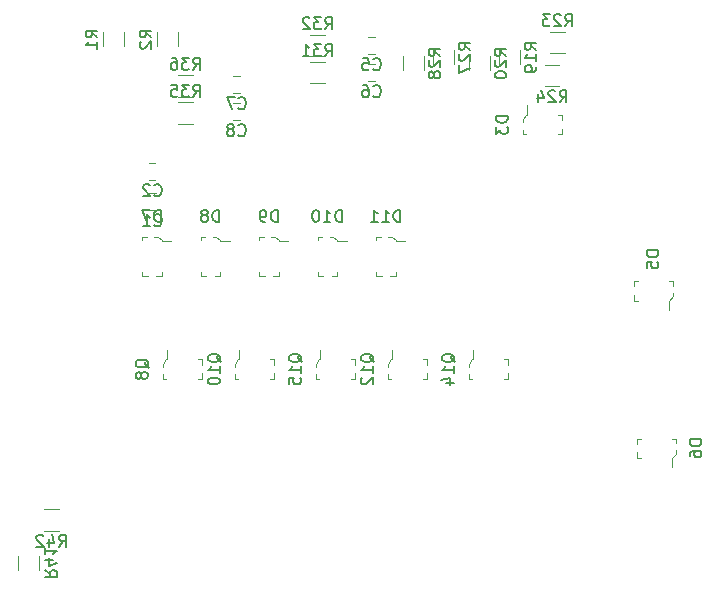
<source format=gbr>
G04 #@! TF.GenerationSoftware,KiCad,Pcbnew,(5.1.6)-1*
G04 #@! TF.CreationDate,2020-10-21T13:59:54+11:00*
G04 #@! TF.ProjectId,DashDriver-V1,44617368-4472-4697-9665-722d56312e6b,rev?*
G04 #@! TF.SameCoordinates,Original*
G04 #@! TF.FileFunction,Legend,Bot*
G04 #@! TF.FilePolarity,Positive*
%FSLAX46Y46*%
G04 Gerber Fmt 4.6, Leading zero omitted, Abs format (unit mm)*
G04 Created by KiCad (PCBNEW (5.1.6)-1) date 2020-10-21 13:59:54*
%MOMM*%
%LPD*%
G01*
G04 APERTURE LIST*
%ADD10C,0.100000*%
%ADD11C,0.120000*%
%ADD12C,0.150000*%
G04 APERTURE END LIST*
D10*
X119277000Y-57621000D02*
X119552000Y-57621000D01*
X119552000Y-57621000D02*
X119927000Y-57896000D01*
X119927000Y-57896000D02*
X119927000Y-57946000D01*
X119927000Y-57946000D02*
X120702000Y-57946000D01*
X119452000Y-60921000D02*
X119927000Y-60921000D01*
X119927000Y-60921000D02*
X119927000Y-60571000D01*
X118277000Y-60696000D02*
X118277000Y-60571000D01*
X118277000Y-60621000D02*
X118277000Y-60921000D01*
X118277000Y-60921000D02*
X118727000Y-60921000D01*
X118652000Y-57621000D02*
X118277000Y-57621000D01*
X118277000Y-57621000D02*
X118277000Y-57921000D01*
X114324000Y-57621000D02*
X114599000Y-57621000D01*
X114599000Y-57621000D02*
X114974000Y-57896000D01*
X114974000Y-57896000D02*
X114974000Y-57946000D01*
X114974000Y-57946000D02*
X115749000Y-57946000D01*
X114499000Y-60921000D02*
X114974000Y-60921000D01*
X114974000Y-60921000D02*
X114974000Y-60571000D01*
X113324000Y-60696000D02*
X113324000Y-60571000D01*
X113324000Y-60621000D02*
X113324000Y-60921000D01*
X113324000Y-60921000D02*
X113774000Y-60921000D01*
X113699000Y-57621000D02*
X113324000Y-57621000D01*
X113324000Y-57621000D02*
X113324000Y-57921000D01*
X109371000Y-57618000D02*
X109646000Y-57618000D01*
X109646000Y-57618000D02*
X110021000Y-57893000D01*
X110021000Y-57893000D02*
X110021000Y-57943000D01*
X110021000Y-57943000D02*
X110796000Y-57943000D01*
X109546000Y-60918000D02*
X110021000Y-60918000D01*
X110021000Y-60918000D02*
X110021000Y-60568000D01*
X108371000Y-60693000D02*
X108371000Y-60568000D01*
X108371000Y-60618000D02*
X108371000Y-60918000D01*
X108371000Y-60918000D02*
X108821000Y-60918000D01*
X108746000Y-57618000D02*
X108371000Y-57618000D01*
X108371000Y-57618000D02*
X108371000Y-57918000D01*
X104418000Y-57621000D02*
X104693000Y-57621000D01*
X104693000Y-57621000D02*
X105068000Y-57896000D01*
X105068000Y-57896000D02*
X105068000Y-57946000D01*
X105068000Y-57946000D02*
X105843000Y-57946000D01*
X104593000Y-60921000D02*
X105068000Y-60921000D01*
X105068000Y-60921000D02*
X105068000Y-60571000D01*
X103418000Y-60696000D02*
X103418000Y-60571000D01*
X103418000Y-60621000D02*
X103418000Y-60921000D01*
X103418000Y-60921000D02*
X103868000Y-60921000D01*
X103793000Y-57621000D02*
X103418000Y-57621000D01*
X103418000Y-57621000D02*
X103418000Y-57921000D01*
X99465000Y-57621000D02*
X99740000Y-57621000D01*
X99740000Y-57621000D02*
X100115000Y-57896000D01*
X100115000Y-57896000D02*
X100115000Y-57946000D01*
X100115000Y-57946000D02*
X100890000Y-57946000D01*
X99640000Y-60921000D02*
X100115000Y-60921000D01*
X100115000Y-60921000D02*
X100115000Y-60571000D01*
X98465000Y-60696000D02*
X98465000Y-60571000D01*
X98465000Y-60621000D02*
X98465000Y-60921000D01*
X98465000Y-60921000D02*
X98915000Y-60921000D01*
X98840000Y-57621000D02*
X98465000Y-57621000D01*
X98465000Y-57621000D02*
X98465000Y-57921000D01*
D11*
X90153536Y-82482200D02*
X91357664Y-82482200D01*
X90153536Y-80662200D02*
X91357664Y-80662200D01*
X89735200Y-85806464D02*
X89735200Y-84602336D01*
X87915200Y-85806464D02*
X87915200Y-84602336D01*
D10*
X143612000Y-75702000D02*
X143612000Y-75977000D01*
X143612000Y-75977000D02*
X143337000Y-76352000D01*
X143337000Y-76352000D02*
X143287000Y-76352000D01*
X143287000Y-76352000D02*
X143287000Y-77127000D01*
X140312000Y-75877000D02*
X140312000Y-76352000D01*
X140312000Y-76352000D02*
X140662000Y-76352000D01*
X140537000Y-74702000D02*
X140662000Y-74702000D01*
X140612000Y-74702000D02*
X140312000Y-74702000D01*
X140312000Y-74702000D02*
X140312000Y-75152000D01*
X143612000Y-75077000D02*
X143612000Y-74702000D01*
X143612000Y-74702000D02*
X143312000Y-74702000D01*
X143358000Y-62367000D02*
X143358000Y-62642000D01*
X143358000Y-62642000D02*
X143083000Y-63017000D01*
X143083000Y-63017000D02*
X143033000Y-63017000D01*
X143033000Y-63017000D02*
X143033000Y-63792000D01*
X140058000Y-62542000D02*
X140058000Y-63017000D01*
X140058000Y-63017000D02*
X140408000Y-63017000D01*
X140283000Y-61367000D02*
X140408000Y-61367000D01*
X140358000Y-61367000D02*
X140058000Y-61367000D01*
X140058000Y-61367000D02*
X140058000Y-61817000D01*
X143358000Y-61742000D02*
X143358000Y-61367000D01*
X143358000Y-61367000D02*
X143058000Y-61367000D01*
D11*
X99052748Y-55320000D02*
X99575252Y-55320000D01*
X99052748Y-53900000D02*
X99575252Y-53900000D01*
X99043748Y-52780000D02*
X99566252Y-52780000D01*
X99043748Y-51360000D02*
X99566252Y-51360000D01*
X117594748Y-42112000D02*
X118117252Y-42112000D01*
X117594748Y-40692000D02*
X118117252Y-40692000D01*
X117594748Y-44398000D02*
X118117252Y-44398000D01*
X117594748Y-42978000D02*
X118117252Y-42978000D01*
X106164748Y-43994000D02*
X106687252Y-43994000D01*
X106164748Y-45414000D02*
X106687252Y-45414000D01*
X106164748Y-46280000D02*
X106687252Y-46280000D01*
X106164748Y-47700000D02*
X106687252Y-47700000D01*
D10*
X130660000Y-48920000D02*
X130960000Y-48920000D01*
X130660000Y-48545000D02*
X130660000Y-48920000D01*
X133960000Y-48920000D02*
X133960000Y-48470000D01*
X133660000Y-48920000D02*
X133960000Y-48920000D01*
X133735000Y-48920000D02*
X133610000Y-48920000D01*
X133960000Y-47270000D02*
X133610000Y-47270000D01*
X133960000Y-47745000D02*
X133960000Y-47270000D01*
X130985000Y-47270000D02*
X130985000Y-46495000D01*
X130935000Y-47270000D02*
X130985000Y-47270000D01*
X130660000Y-47645000D02*
X130935000Y-47270000D01*
X130660000Y-47920000D02*
X130660000Y-47645000D01*
X100180000Y-68621000D02*
X100180000Y-68346000D01*
X100180000Y-68346000D02*
X100455000Y-67971000D01*
X100455000Y-67971000D02*
X100505000Y-67971000D01*
X100505000Y-67971000D02*
X100505000Y-67196000D01*
X103480000Y-68446000D02*
X103480000Y-67971000D01*
X103480000Y-67971000D02*
X103130000Y-67971000D01*
X103255000Y-69621000D02*
X103130000Y-69621000D01*
X103180000Y-69621000D02*
X103480000Y-69621000D01*
X103480000Y-69621000D02*
X103480000Y-69171000D01*
X100180000Y-69246000D02*
X100180000Y-69621000D01*
X100180000Y-69621000D02*
X100480000Y-69621000D01*
X106276000Y-69621000D02*
X106576000Y-69621000D01*
X106276000Y-69246000D02*
X106276000Y-69621000D01*
X109576000Y-69621000D02*
X109576000Y-69171000D01*
X109276000Y-69621000D02*
X109576000Y-69621000D01*
X109351000Y-69621000D02*
X109226000Y-69621000D01*
X109576000Y-67971000D02*
X109226000Y-67971000D01*
X109576000Y-68446000D02*
X109576000Y-67971000D01*
X106601000Y-67971000D02*
X106601000Y-67196000D01*
X106551000Y-67971000D02*
X106601000Y-67971000D01*
X106276000Y-68346000D02*
X106551000Y-67971000D01*
X106276000Y-68621000D02*
X106276000Y-68346000D01*
X119230000Y-68621000D02*
X119230000Y-68346000D01*
X119230000Y-68346000D02*
X119505000Y-67971000D01*
X119505000Y-67971000D02*
X119555000Y-67971000D01*
X119555000Y-67971000D02*
X119555000Y-67196000D01*
X122530000Y-68446000D02*
X122530000Y-67971000D01*
X122530000Y-67971000D02*
X122180000Y-67971000D01*
X122305000Y-69621000D02*
X122180000Y-69621000D01*
X122230000Y-69621000D02*
X122530000Y-69621000D01*
X122530000Y-69621000D02*
X122530000Y-69171000D01*
X119230000Y-69246000D02*
X119230000Y-69621000D01*
X119230000Y-69621000D02*
X119530000Y-69621000D01*
X126088000Y-69621000D02*
X126388000Y-69621000D01*
X126088000Y-69246000D02*
X126088000Y-69621000D01*
X129388000Y-69621000D02*
X129388000Y-69171000D01*
X129088000Y-69621000D02*
X129388000Y-69621000D01*
X129163000Y-69621000D02*
X129038000Y-69621000D01*
X129388000Y-67971000D02*
X129038000Y-67971000D01*
X129388000Y-68446000D02*
X129388000Y-67971000D01*
X126413000Y-67971000D02*
X126413000Y-67196000D01*
X126363000Y-67971000D02*
X126413000Y-67971000D01*
X126088000Y-68346000D02*
X126363000Y-67971000D01*
X126088000Y-68621000D02*
X126088000Y-68346000D01*
X113134000Y-68621000D02*
X113134000Y-68346000D01*
X113134000Y-68346000D02*
X113409000Y-67971000D01*
X113409000Y-67971000D02*
X113459000Y-67971000D01*
X113459000Y-67971000D02*
X113459000Y-67196000D01*
X116434000Y-68446000D02*
X116434000Y-67971000D01*
X116434000Y-67971000D02*
X116084000Y-67971000D01*
X116209000Y-69621000D02*
X116084000Y-69621000D01*
X116134000Y-69621000D02*
X116434000Y-69621000D01*
X116434000Y-69621000D02*
X116434000Y-69171000D01*
X113134000Y-69246000D02*
X113134000Y-69621000D01*
X113134000Y-69621000D02*
X113434000Y-69621000D01*
D11*
X95102000Y-40291936D02*
X95102000Y-41496064D01*
X96922000Y-40291936D02*
X96922000Y-41496064D01*
X101494000Y-40291936D02*
X101494000Y-41496064D01*
X99674000Y-40291936D02*
X99674000Y-41496064D01*
X130450000Y-43020064D02*
X130450000Y-41815936D01*
X128630000Y-43020064D02*
X128630000Y-41815936D01*
X126090000Y-43528064D02*
X126090000Y-42323936D01*
X127910000Y-43528064D02*
X127910000Y-42323936D01*
X134206064Y-42058000D02*
X133001936Y-42058000D01*
X134206064Y-40238000D02*
X133001936Y-40238000D01*
X132546136Y-44852000D02*
X133750264Y-44852000D01*
X132546136Y-43032000D02*
X133750264Y-43032000D01*
X124862000Y-43020064D02*
X124862000Y-41815936D01*
X123042000Y-43020064D02*
X123042000Y-41815936D01*
X122322000Y-43528064D02*
X122322000Y-42323936D01*
X120502000Y-43528064D02*
X120502000Y-42323936D01*
X113886064Y-42778000D02*
X112681936Y-42778000D01*
X113886064Y-44598000D02*
X112681936Y-44598000D01*
X113886064Y-40492000D02*
X112681936Y-40492000D01*
X113886064Y-42312000D02*
X112681936Y-42312000D01*
X102710064Y-48027000D02*
X101505936Y-48027000D01*
X102710064Y-46207000D02*
X101505936Y-46207000D01*
X102710064Y-43921000D02*
X101505936Y-43921000D01*
X102710064Y-45741000D02*
X101505936Y-45741000D01*
D12*
X120291285Y-56348380D02*
X120291285Y-55348380D01*
X120053190Y-55348380D01*
X119910333Y-55396000D01*
X119815095Y-55491238D01*
X119767476Y-55586476D01*
X119719857Y-55776952D01*
X119719857Y-55919809D01*
X119767476Y-56110285D01*
X119815095Y-56205523D01*
X119910333Y-56300761D01*
X120053190Y-56348380D01*
X120291285Y-56348380D01*
X118767476Y-56348380D02*
X119338904Y-56348380D01*
X119053190Y-56348380D02*
X119053190Y-55348380D01*
X119148428Y-55491238D01*
X119243666Y-55586476D01*
X119338904Y-55634095D01*
X117815095Y-56348380D02*
X118386523Y-56348380D01*
X118100809Y-56348380D02*
X118100809Y-55348380D01*
X118196047Y-55491238D01*
X118291285Y-55586476D01*
X118386523Y-55634095D01*
X115338285Y-56348380D02*
X115338285Y-55348380D01*
X115100190Y-55348380D01*
X114957333Y-55396000D01*
X114862095Y-55491238D01*
X114814476Y-55586476D01*
X114766857Y-55776952D01*
X114766857Y-55919809D01*
X114814476Y-56110285D01*
X114862095Y-56205523D01*
X114957333Y-56300761D01*
X115100190Y-56348380D01*
X115338285Y-56348380D01*
X113814476Y-56348380D02*
X114385904Y-56348380D01*
X114100190Y-56348380D02*
X114100190Y-55348380D01*
X114195428Y-55491238D01*
X114290666Y-55586476D01*
X114385904Y-55634095D01*
X113195428Y-55348380D02*
X113100190Y-55348380D01*
X113004952Y-55396000D01*
X112957333Y-55443619D01*
X112909714Y-55538857D01*
X112862095Y-55729333D01*
X112862095Y-55967428D01*
X112909714Y-56157904D01*
X112957333Y-56253142D01*
X113004952Y-56300761D01*
X113100190Y-56348380D01*
X113195428Y-56348380D01*
X113290666Y-56300761D01*
X113338285Y-56253142D01*
X113385904Y-56157904D01*
X113433523Y-55967428D01*
X113433523Y-55729333D01*
X113385904Y-55538857D01*
X113338285Y-55443619D01*
X113290666Y-55396000D01*
X113195428Y-55348380D01*
X109909095Y-56345380D02*
X109909095Y-55345380D01*
X109671000Y-55345380D01*
X109528142Y-55393000D01*
X109432904Y-55488238D01*
X109385285Y-55583476D01*
X109337666Y-55773952D01*
X109337666Y-55916809D01*
X109385285Y-56107285D01*
X109432904Y-56202523D01*
X109528142Y-56297761D01*
X109671000Y-56345380D01*
X109909095Y-56345380D01*
X108861476Y-56345380D02*
X108671000Y-56345380D01*
X108575761Y-56297761D01*
X108528142Y-56250142D01*
X108432904Y-56107285D01*
X108385285Y-55916809D01*
X108385285Y-55535857D01*
X108432904Y-55440619D01*
X108480523Y-55393000D01*
X108575761Y-55345380D01*
X108766238Y-55345380D01*
X108861476Y-55393000D01*
X108909095Y-55440619D01*
X108956714Y-55535857D01*
X108956714Y-55773952D01*
X108909095Y-55869190D01*
X108861476Y-55916809D01*
X108766238Y-55964428D01*
X108575761Y-55964428D01*
X108480523Y-55916809D01*
X108432904Y-55869190D01*
X108385285Y-55773952D01*
X104956095Y-56348380D02*
X104956095Y-55348380D01*
X104718000Y-55348380D01*
X104575142Y-55396000D01*
X104479904Y-55491238D01*
X104432285Y-55586476D01*
X104384666Y-55776952D01*
X104384666Y-55919809D01*
X104432285Y-56110285D01*
X104479904Y-56205523D01*
X104575142Y-56300761D01*
X104718000Y-56348380D01*
X104956095Y-56348380D01*
X103813238Y-55776952D02*
X103908476Y-55729333D01*
X103956095Y-55681714D01*
X104003714Y-55586476D01*
X104003714Y-55538857D01*
X103956095Y-55443619D01*
X103908476Y-55396000D01*
X103813238Y-55348380D01*
X103622761Y-55348380D01*
X103527523Y-55396000D01*
X103479904Y-55443619D01*
X103432285Y-55538857D01*
X103432285Y-55586476D01*
X103479904Y-55681714D01*
X103527523Y-55729333D01*
X103622761Y-55776952D01*
X103813238Y-55776952D01*
X103908476Y-55824571D01*
X103956095Y-55872190D01*
X104003714Y-55967428D01*
X104003714Y-56157904D01*
X103956095Y-56253142D01*
X103908476Y-56300761D01*
X103813238Y-56348380D01*
X103622761Y-56348380D01*
X103527523Y-56300761D01*
X103479904Y-56253142D01*
X103432285Y-56157904D01*
X103432285Y-55967428D01*
X103479904Y-55872190D01*
X103527523Y-55824571D01*
X103622761Y-55776952D01*
X100003095Y-56348380D02*
X100003095Y-55348380D01*
X99765000Y-55348380D01*
X99622142Y-55396000D01*
X99526904Y-55491238D01*
X99479285Y-55586476D01*
X99431666Y-55776952D01*
X99431666Y-55919809D01*
X99479285Y-56110285D01*
X99526904Y-56205523D01*
X99622142Y-56300761D01*
X99765000Y-56348380D01*
X100003095Y-56348380D01*
X99098333Y-55348380D02*
X98431666Y-55348380D01*
X98860238Y-56348380D01*
X91398457Y-83844580D02*
X91731790Y-83368390D01*
X91969885Y-83844580D02*
X91969885Y-82844580D01*
X91588933Y-82844580D01*
X91493695Y-82892200D01*
X91446076Y-82939819D01*
X91398457Y-83035057D01*
X91398457Y-83177914D01*
X91446076Y-83273152D01*
X91493695Y-83320771D01*
X91588933Y-83368390D01*
X91969885Y-83368390D01*
X90541314Y-83177914D02*
X90541314Y-83844580D01*
X90779409Y-82796961D02*
X91017504Y-83511247D01*
X90398457Y-83511247D01*
X90065123Y-82939819D02*
X90017504Y-82892200D01*
X89922266Y-82844580D01*
X89684171Y-82844580D01*
X89588933Y-82892200D01*
X89541314Y-82939819D01*
X89493695Y-83035057D01*
X89493695Y-83130295D01*
X89541314Y-83273152D01*
X90112742Y-83844580D01*
X89493695Y-83844580D01*
X90192819Y-85847257D02*
X90669009Y-86180590D01*
X90192819Y-86418685D02*
X91192819Y-86418685D01*
X91192819Y-86037733D01*
X91145200Y-85942495D01*
X91097580Y-85894876D01*
X91002342Y-85847257D01*
X90859485Y-85847257D01*
X90764247Y-85894876D01*
X90716628Y-85942495D01*
X90669009Y-86037733D01*
X90669009Y-86418685D01*
X90859485Y-84990114D02*
X90192819Y-84990114D01*
X91240438Y-85228209D02*
X90526152Y-85466304D01*
X90526152Y-84847257D01*
X90192819Y-83942495D02*
X90192819Y-84513923D01*
X90192819Y-84228209D02*
X91192819Y-84228209D01*
X91049961Y-84323447D01*
X90954723Y-84418685D01*
X90907104Y-84513923D01*
X145789380Y-74763904D02*
X144789380Y-74763904D01*
X144789380Y-75002000D01*
X144837000Y-75144857D01*
X144932238Y-75240095D01*
X145027476Y-75287714D01*
X145217952Y-75335333D01*
X145360809Y-75335333D01*
X145551285Y-75287714D01*
X145646523Y-75240095D01*
X145741761Y-75144857D01*
X145789380Y-75002000D01*
X145789380Y-74763904D01*
X144789380Y-76192476D02*
X144789380Y-76002000D01*
X144837000Y-75906761D01*
X144884619Y-75859142D01*
X145027476Y-75763904D01*
X145217952Y-75716285D01*
X145598904Y-75716285D01*
X145694142Y-75763904D01*
X145741761Y-75811523D01*
X145789380Y-75906761D01*
X145789380Y-76097238D01*
X145741761Y-76192476D01*
X145694142Y-76240095D01*
X145598904Y-76287714D01*
X145360809Y-76287714D01*
X145265571Y-76240095D01*
X145217952Y-76192476D01*
X145170333Y-76097238D01*
X145170333Y-75906761D01*
X145217952Y-75811523D01*
X145265571Y-75763904D01*
X145360809Y-75716285D01*
X142144380Y-58759904D02*
X141144380Y-58759904D01*
X141144380Y-58998000D01*
X141192000Y-59140857D01*
X141287238Y-59236095D01*
X141382476Y-59283714D01*
X141572952Y-59331333D01*
X141715809Y-59331333D01*
X141906285Y-59283714D01*
X142001523Y-59236095D01*
X142096761Y-59140857D01*
X142144380Y-58998000D01*
X142144380Y-58759904D01*
X141144380Y-60236095D02*
X141144380Y-59759904D01*
X141620571Y-59712285D01*
X141572952Y-59759904D01*
X141525333Y-59855142D01*
X141525333Y-60093238D01*
X141572952Y-60188476D01*
X141620571Y-60236095D01*
X141715809Y-60283714D01*
X141953904Y-60283714D01*
X142049142Y-60236095D01*
X142096761Y-60188476D01*
X142144380Y-60093238D01*
X142144380Y-59855142D01*
X142096761Y-59759904D01*
X142049142Y-59712285D01*
X99480666Y-56617142D02*
X99528285Y-56664761D01*
X99671142Y-56712380D01*
X99766380Y-56712380D01*
X99909238Y-56664761D01*
X100004476Y-56569523D01*
X100052095Y-56474285D01*
X100099714Y-56283809D01*
X100099714Y-56140952D01*
X100052095Y-55950476D01*
X100004476Y-55855238D01*
X99909238Y-55760000D01*
X99766380Y-55712380D01*
X99671142Y-55712380D01*
X99528285Y-55760000D01*
X99480666Y-55807619D01*
X98528285Y-56712380D02*
X99099714Y-56712380D01*
X98814000Y-56712380D02*
X98814000Y-55712380D01*
X98909238Y-55855238D01*
X99004476Y-55950476D01*
X99099714Y-55998095D01*
X99471666Y-54077142D02*
X99519285Y-54124761D01*
X99662142Y-54172380D01*
X99757380Y-54172380D01*
X99900238Y-54124761D01*
X99995476Y-54029523D01*
X100043095Y-53934285D01*
X100090714Y-53743809D01*
X100090714Y-53600952D01*
X100043095Y-53410476D01*
X99995476Y-53315238D01*
X99900238Y-53220000D01*
X99757380Y-53172380D01*
X99662142Y-53172380D01*
X99519285Y-53220000D01*
X99471666Y-53267619D01*
X99090714Y-53267619D02*
X99043095Y-53220000D01*
X98947857Y-53172380D01*
X98709761Y-53172380D01*
X98614523Y-53220000D01*
X98566904Y-53267619D01*
X98519285Y-53362857D01*
X98519285Y-53458095D01*
X98566904Y-53600952D01*
X99138333Y-54172380D01*
X98519285Y-54172380D01*
X118022666Y-43409142D02*
X118070285Y-43456761D01*
X118213142Y-43504380D01*
X118308380Y-43504380D01*
X118451238Y-43456761D01*
X118546476Y-43361523D01*
X118594095Y-43266285D01*
X118641714Y-43075809D01*
X118641714Y-42932952D01*
X118594095Y-42742476D01*
X118546476Y-42647238D01*
X118451238Y-42552000D01*
X118308380Y-42504380D01*
X118213142Y-42504380D01*
X118070285Y-42552000D01*
X118022666Y-42599619D01*
X117117904Y-42504380D02*
X117594095Y-42504380D01*
X117641714Y-42980571D01*
X117594095Y-42932952D01*
X117498857Y-42885333D01*
X117260761Y-42885333D01*
X117165523Y-42932952D01*
X117117904Y-42980571D01*
X117070285Y-43075809D01*
X117070285Y-43313904D01*
X117117904Y-43409142D01*
X117165523Y-43456761D01*
X117260761Y-43504380D01*
X117498857Y-43504380D01*
X117594095Y-43456761D01*
X117641714Y-43409142D01*
X118022666Y-45695142D02*
X118070285Y-45742761D01*
X118213142Y-45790380D01*
X118308380Y-45790380D01*
X118451238Y-45742761D01*
X118546476Y-45647523D01*
X118594095Y-45552285D01*
X118641714Y-45361809D01*
X118641714Y-45218952D01*
X118594095Y-45028476D01*
X118546476Y-44933238D01*
X118451238Y-44838000D01*
X118308380Y-44790380D01*
X118213142Y-44790380D01*
X118070285Y-44838000D01*
X118022666Y-44885619D01*
X117165523Y-44790380D02*
X117356000Y-44790380D01*
X117451238Y-44838000D01*
X117498857Y-44885619D01*
X117594095Y-45028476D01*
X117641714Y-45218952D01*
X117641714Y-45599904D01*
X117594095Y-45695142D01*
X117546476Y-45742761D01*
X117451238Y-45790380D01*
X117260761Y-45790380D01*
X117165523Y-45742761D01*
X117117904Y-45695142D01*
X117070285Y-45599904D01*
X117070285Y-45361809D01*
X117117904Y-45266571D01*
X117165523Y-45218952D01*
X117260761Y-45171333D01*
X117451238Y-45171333D01*
X117546476Y-45218952D01*
X117594095Y-45266571D01*
X117641714Y-45361809D01*
X106592666Y-46711142D02*
X106640285Y-46758761D01*
X106783142Y-46806380D01*
X106878380Y-46806380D01*
X107021238Y-46758761D01*
X107116476Y-46663523D01*
X107164095Y-46568285D01*
X107211714Y-46377809D01*
X107211714Y-46234952D01*
X107164095Y-46044476D01*
X107116476Y-45949238D01*
X107021238Y-45854000D01*
X106878380Y-45806380D01*
X106783142Y-45806380D01*
X106640285Y-45854000D01*
X106592666Y-45901619D01*
X106259333Y-45806380D02*
X105592666Y-45806380D01*
X106021238Y-46806380D01*
X106592666Y-48997142D02*
X106640285Y-49044761D01*
X106783142Y-49092380D01*
X106878380Y-49092380D01*
X107021238Y-49044761D01*
X107116476Y-48949523D01*
X107164095Y-48854285D01*
X107211714Y-48663809D01*
X107211714Y-48520952D01*
X107164095Y-48330476D01*
X107116476Y-48235238D01*
X107021238Y-48140000D01*
X106878380Y-48092380D01*
X106783142Y-48092380D01*
X106640285Y-48140000D01*
X106592666Y-48187619D01*
X106021238Y-48520952D02*
X106116476Y-48473333D01*
X106164095Y-48425714D01*
X106211714Y-48330476D01*
X106211714Y-48282857D01*
X106164095Y-48187619D01*
X106116476Y-48140000D01*
X106021238Y-48092380D01*
X105830761Y-48092380D01*
X105735523Y-48140000D01*
X105687904Y-48187619D01*
X105640285Y-48282857D01*
X105640285Y-48330476D01*
X105687904Y-48425714D01*
X105735523Y-48473333D01*
X105830761Y-48520952D01*
X106021238Y-48520952D01*
X106116476Y-48568571D01*
X106164095Y-48616190D01*
X106211714Y-48711428D01*
X106211714Y-48901904D01*
X106164095Y-48997142D01*
X106116476Y-49044761D01*
X106021238Y-49092380D01*
X105830761Y-49092380D01*
X105735523Y-49044761D01*
X105687904Y-48997142D01*
X105640285Y-48901904D01*
X105640285Y-48711428D01*
X105687904Y-48616190D01*
X105735523Y-48568571D01*
X105830761Y-48520952D01*
X129387380Y-47381904D02*
X128387380Y-47381904D01*
X128387380Y-47620000D01*
X128435000Y-47762857D01*
X128530238Y-47858095D01*
X128625476Y-47905714D01*
X128815952Y-47953333D01*
X128958809Y-47953333D01*
X129149285Y-47905714D01*
X129244523Y-47858095D01*
X129339761Y-47762857D01*
X129387380Y-47620000D01*
X129387380Y-47381904D01*
X128387380Y-48286666D02*
X128387380Y-48905714D01*
X128768333Y-48572380D01*
X128768333Y-48715238D01*
X128815952Y-48810476D01*
X128863571Y-48858095D01*
X128958809Y-48905714D01*
X129196904Y-48905714D01*
X129292142Y-48858095D01*
X129339761Y-48810476D01*
X129387380Y-48715238D01*
X129387380Y-48429523D01*
X129339761Y-48334285D01*
X129292142Y-48286666D01*
X99002619Y-68725761D02*
X98955000Y-68630523D01*
X98859761Y-68535285D01*
X98716904Y-68392428D01*
X98669285Y-68297190D01*
X98669285Y-68201952D01*
X98907380Y-68249571D02*
X98859761Y-68154333D01*
X98764523Y-68059095D01*
X98574047Y-68011476D01*
X98240714Y-68011476D01*
X98050238Y-68059095D01*
X97955000Y-68154333D01*
X97907380Y-68249571D01*
X97907380Y-68440047D01*
X97955000Y-68535285D01*
X98050238Y-68630523D01*
X98240714Y-68678142D01*
X98574047Y-68678142D01*
X98764523Y-68630523D01*
X98859761Y-68535285D01*
X98907380Y-68440047D01*
X98907380Y-68249571D01*
X98335952Y-69249571D02*
X98288333Y-69154333D01*
X98240714Y-69106714D01*
X98145476Y-69059095D01*
X98097857Y-69059095D01*
X98002619Y-69106714D01*
X97955000Y-69154333D01*
X97907380Y-69249571D01*
X97907380Y-69440047D01*
X97955000Y-69535285D01*
X98002619Y-69582904D01*
X98097857Y-69630523D01*
X98145476Y-69630523D01*
X98240714Y-69582904D01*
X98288333Y-69535285D01*
X98335952Y-69440047D01*
X98335952Y-69249571D01*
X98383571Y-69154333D01*
X98431190Y-69106714D01*
X98526428Y-69059095D01*
X98716904Y-69059095D01*
X98812142Y-69106714D01*
X98859761Y-69154333D01*
X98907380Y-69249571D01*
X98907380Y-69440047D01*
X98859761Y-69535285D01*
X98812142Y-69582904D01*
X98716904Y-69630523D01*
X98526428Y-69630523D01*
X98431190Y-69582904D01*
X98383571Y-69535285D01*
X98335952Y-69440047D01*
X105098619Y-68249571D02*
X105051000Y-68154333D01*
X104955761Y-68059095D01*
X104812904Y-67916238D01*
X104765285Y-67821000D01*
X104765285Y-67725761D01*
X105003380Y-67773380D02*
X104955761Y-67678142D01*
X104860523Y-67582904D01*
X104670047Y-67535285D01*
X104336714Y-67535285D01*
X104146238Y-67582904D01*
X104051000Y-67678142D01*
X104003380Y-67773380D01*
X104003380Y-67963857D01*
X104051000Y-68059095D01*
X104146238Y-68154333D01*
X104336714Y-68201952D01*
X104670047Y-68201952D01*
X104860523Y-68154333D01*
X104955761Y-68059095D01*
X105003380Y-67963857D01*
X105003380Y-67773380D01*
X105003380Y-69154333D02*
X105003380Y-68582904D01*
X105003380Y-68868619D02*
X104003380Y-68868619D01*
X104146238Y-68773380D01*
X104241476Y-68678142D01*
X104289095Y-68582904D01*
X104003380Y-69773380D02*
X104003380Y-69868619D01*
X104051000Y-69963857D01*
X104098619Y-70011476D01*
X104193857Y-70059095D01*
X104384333Y-70106714D01*
X104622428Y-70106714D01*
X104812904Y-70059095D01*
X104908142Y-70011476D01*
X104955761Y-69963857D01*
X105003380Y-69868619D01*
X105003380Y-69773380D01*
X104955761Y-69678142D01*
X104908142Y-69630523D01*
X104812904Y-69582904D01*
X104622428Y-69535285D01*
X104384333Y-69535285D01*
X104193857Y-69582904D01*
X104098619Y-69630523D01*
X104051000Y-69678142D01*
X104003380Y-69773380D01*
X118052619Y-68249571D02*
X118005000Y-68154333D01*
X117909761Y-68059095D01*
X117766904Y-67916238D01*
X117719285Y-67821000D01*
X117719285Y-67725761D01*
X117957380Y-67773380D02*
X117909761Y-67678142D01*
X117814523Y-67582904D01*
X117624047Y-67535285D01*
X117290714Y-67535285D01*
X117100238Y-67582904D01*
X117005000Y-67678142D01*
X116957380Y-67773380D01*
X116957380Y-67963857D01*
X117005000Y-68059095D01*
X117100238Y-68154333D01*
X117290714Y-68201952D01*
X117624047Y-68201952D01*
X117814523Y-68154333D01*
X117909761Y-68059095D01*
X117957380Y-67963857D01*
X117957380Y-67773380D01*
X117957380Y-69154333D02*
X117957380Y-68582904D01*
X117957380Y-68868619D02*
X116957380Y-68868619D01*
X117100238Y-68773380D01*
X117195476Y-68678142D01*
X117243095Y-68582904D01*
X117052619Y-69535285D02*
X117005000Y-69582904D01*
X116957380Y-69678142D01*
X116957380Y-69916238D01*
X117005000Y-70011476D01*
X117052619Y-70059095D01*
X117147857Y-70106714D01*
X117243095Y-70106714D01*
X117385952Y-70059095D01*
X117957380Y-69487666D01*
X117957380Y-70106714D01*
X124910619Y-68249571D02*
X124863000Y-68154333D01*
X124767761Y-68059095D01*
X124624904Y-67916238D01*
X124577285Y-67821000D01*
X124577285Y-67725761D01*
X124815380Y-67773380D02*
X124767761Y-67678142D01*
X124672523Y-67582904D01*
X124482047Y-67535285D01*
X124148714Y-67535285D01*
X123958238Y-67582904D01*
X123863000Y-67678142D01*
X123815380Y-67773380D01*
X123815380Y-67963857D01*
X123863000Y-68059095D01*
X123958238Y-68154333D01*
X124148714Y-68201952D01*
X124482047Y-68201952D01*
X124672523Y-68154333D01*
X124767761Y-68059095D01*
X124815380Y-67963857D01*
X124815380Y-67773380D01*
X124815380Y-69154333D02*
X124815380Y-68582904D01*
X124815380Y-68868619D02*
X123815380Y-68868619D01*
X123958238Y-68773380D01*
X124053476Y-68678142D01*
X124101095Y-68582904D01*
X124148714Y-70011476D02*
X124815380Y-70011476D01*
X123767761Y-69773380D02*
X124482047Y-69535285D01*
X124482047Y-70154333D01*
X111956619Y-68249571D02*
X111909000Y-68154333D01*
X111813761Y-68059095D01*
X111670904Y-67916238D01*
X111623285Y-67821000D01*
X111623285Y-67725761D01*
X111861380Y-67773380D02*
X111813761Y-67678142D01*
X111718523Y-67582904D01*
X111528047Y-67535285D01*
X111194714Y-67535285D01*
X111004238Y-67582904D01*
X110909000Y-67678142D01*
X110861380Y-67773380D01*
X110861380Y-67963857D01*
X110909000Y-68059095D01*
X111004238Y-68154333D01*
X111194714Y-68201952D01*
X111528047Y-68201952D01*
X111718523Y-68154333D01*
X111813761Y-68059095D01*
X111861380Y-67963857D01*
X111861380Y-67773380D01*
X111861380Y-69154333D02*
X111861380Y-68582904D01*
X111861380Y-68868619D02*
X110861380Y-68868619D01*
X111004238Y-68773380D01*
X111099476Y-68678142D01*
X111147095Y-68582904D01*
X110861380Y-70059095D02*
X110861380Y-69582904D01*
X111337571Y-69535285D01*
X111289952Y-69582904D01*
X111242333Y-69678142D01*
X111242333Y-69916238D01*
X111289952Y-70011476D01*
X111337571Y-70059095D01*
X111432809Y-70106714D01*
X111670904Y-70106714D01*
X111766142Y-70059095D01*
X111813761Y-70011476D01*
X111861380Y-69916238D01*
X111861380Y-69678142D01*
X111813761Y-69582904D01*
X111766142Y-69535285D01*
X94644380Y-40727333D02*
X94168190Y-40394000D01*
X94644380Y-40155904D02*
X93644380Y-40155904D01*
X93644380Y-40536857D01*
X93692000Y-40632095D01*
X93739619Y-40679714D01*
X93834857Y-40727333D01*
X93977714Y-40727333D01*
X94072952Y-40679714D01*
X94120571Y-40632095D01*
X94168190Y-40536857D01*
X94168190Y-40155904D01*
X94644380Y-41679714D02*
X94644380Y-41108285D01*
X94644380Y-41394000D02*
X93644380Y-41394000D01*
X93787238Y-41298761D01*
X93882476Y-41203523D01*
X93930095Y-41108285D01*
X99216380Y-40727333D02*
X98740190Y-40394000D01*
X99216380Y-40155904D02*
X98216380Y-40155904D01*
X98216380Y-40536857D01*
X98264000Y-40632095D01*
X98311619Y-40679714D01*
X98406857Y-40727333D01*
X98549714Y-40727333D01*
X98644952Y-40679714D01*
X98692571Y-40632095D01*
X98740190Y-40536857D01*
X98740190Y-40155904D01*
X98311619Y-41108285D02*
X98264000Y-41155904D01*
X98216380Y-41251142D01*
X98216380Y-41489238D01*
X98264000Y-41584476D01*
X98311619Y-41632095D01*
X98406857Y-41679714D01*
X98502095Y-41679714D01*
X98644952Y-41632095D01*
X99216380Y-41060666D01*
X99216380Y-41679714D01*
X131812380Y-41775142D02*
X131336190Y-41441809D01*
X131812380Y-41203714D02*
X130812380Y-41203714D01*
X130812380Y-41584666D01*
X130860000Y-41679904D01*
X130907619Y-41727523D01*
X131002857Y-41775142D01*
X131145714Y-41775142D01*
X131240952Y-41727523D01*
X131288571Y-41679904D01*
X131336190Y-41584666D01*
X131336190Y-41203714D01*
X131812380Y-42727523D02*
X131812380Y-42156095D01*
X131812380Y-42441809D02*
X130812380Y-42441809D01*
X130955238Y-42346571D01*
X131050476Y-42251333D01*
X131098095Y-42156095D01*
X131812380Y-43203714D02*
X131812380Y-43394190D01*
X131764761Y-43489428D01*
X131717142Y-43537047D01*
X131574285Y-43632285D01*
X131383809Y-43679904D01*
X131002857Y-43679904D01*
X130907619Y-43632285D01*
X130860000Y-43584666D01*
X130812380Y-43489428D01*
X130812380Y-43298952D01*
X130860000Y-43203714D01*
X130907619Y-43156095D01*
X131002857Y-43108476D01*
X131240952Y-43108476D01*
X131336190Y-43156095D01*
X131383809Y-43203714D01*
X131431428Y-43298952D01*
X131431428Y-43489428D01*
X131383809Y-43584666D01*
X131336190Y-43632285D01*
X131240952Y-43679904D01*
X129272380Y-42283142D02*
X128796190Y-41949809D01*
X129272380Y-41711714D02*
X128272380Y-41711714D01*
X128272380Y-42092666D01*
X128320000Y-42187904D01*
X128367619Y-42235523D01*
X128462857Y-42283142D01*
X128605714Y-42283142D01*
X128700952Y-42235523D01*
X128748571Y-42187904D01*
X128796190Y-42092666D01*
X128796190Y-41711714D01*
X128367619Y-42664095D02*
X128320000Y-42711714D01*
X128272380Y-42806952D01*
X128272380Y-43045047D01*
X128320000Y-43140285D01*
X128367619Y-43187904D01*
X128462857Y-43235523D01*
X128558095Y-43235523D01*
X128700952Y-43187904D01*
X129272380Y-42616476D01*
X129272380Y-43235523D01*
X128272380Y-43854571D02*
X128272380Y-43949809D01*
X128320000Y-44045047D01*
X128367619Y-44092666D01*
X128462857Y-44140285D01*
X128653333Y-44187904D01*
X128891428Y-44187904D01*
X129081904Y-44140285D01*
X129177142Y-44092666D01*
X129224761Y-44045047D01*
X129272380Y-43949809D01*
X129272380Y-43854571D01*
X129224761Y-43759333D01*
X129177142Y-43711714D01*
X129081904Y-43664095D01*
X128891428Y-43616476D01*
X128653333Y-43616476D01*
X128462857Y-43664095D01*
X128367619Y-43711714D01*
X128320000Y-43759333D01*
X128272380Y-43854571D01*
X134246857Y-39780380D02*
X134580190Y-39304190D01*
X134818285Y-39780380D02*
X134818285Y-38780380D01*
X134437333Y-38780380D01*
X134342095Y-38828000D01*
X134294476Y-38875619D01*
X134246857Y-38970857D01*
X134246857Y-39113714D01*
X134294476Y-39208952D01*
X134342095Y-39256571D01*
X134437333Y-39304190D01*
X134818285Y-39304190D01*
X133865904Y-38875619D02*
X133818285Y-38828000D01*
X133723047Y-38780380D01*
X133484952Y-38780380D01*
X133389714Y-38828000D01*
X133342095Y-38875619D01*
X133294476Y-38970857D01*
X133294476Y-39066095D01*
X133342095Y-39208952D01*
X133913523Y-39780380D01*
X133294476Y-39780380D01*
X132961142Y-38780380D02*
X132342095Y-38780380D01*
X132675428Y-39161333D01*
X132532571Y-39161333D01*
X132437333Y-39208952D01*
X132389714Y-39256571D01*
X132342095Y-39351809D01*
X132342095Y-39589904D01*
X132389714Y-39685142D01*
X132437333Y-39732761D01*
X132532571Y-39780380D01*
X132818285Y-39780380D01*
X132913523Y-39732761D01*
X132961142Y-39685142D01*
X133791057Y-46214380D02*
X134124390Y-45738190D01*
X134362485Y-46214380D02*
X134362485Y-45214380D01*
X133981533Y-45214380D01*
X133886295Y-45262000D01*
X133838676Y-45309619D01*
X133791057Y-45404857D01*
X133791057Y-45547714D01*
X133838676Y-45642952D01*
X133886295Y-45690571D01*
X133981533Y-45738190D01*
X134362485Y-45738190D01*
X133410104Y-45309619D02*
X133362485Y-45262000D01*
X133267247Y-45214380D01*
X133029152Y-45214380D01*
X132933914Y-45262000D01*
X132886295Y-45309619D01*
X132838676Y-45404857D01*
X132838676Y-45500095D01*
X132886295Y-45642952D01*
X133457723Y-46214380D01*
X132838676Y-46214380D01*
X131981533Y-45547714D02*
X131981533Y-46214380D01*
X132219628Y-45166761D02*
X132457723Y-45881047D01*
X131838676Y-45881047D01*
X126224380Y-41775142D02*
X125748190Y-41441809D01*
X126224380Y-41203714D02*
X125224380Y-41203714D01*
X125224380Y-41584666D01*
X125272000Y-41679904D01*
X125319619Y-41727523D01*
X125414857Y-41775142D01*
X125557714Y-41775142D01*
X125652952Y-41727523D01*
X125700571Y-41679904D01*
X125748190Y-41584666D01*
X125748190Y-41203714D01*
X125319619Y-42156095D02*
X125272000Y-42203714D01*
X125224380Y-42298952D01*
X125224380Y-42537047D01*
X125272000Y-42632285D01*
X125319619Y-42679904D01*
X125414857Y-42727523D01*
X125510095Y-42727523D01*
X125652952Y-42679904D01*
X126224380Y-42108476D01*
X126224380Y-42727523D01*
X125224380Y-43060857D02*
X125224380Y-43727523D01*
X126224380Y-43298952D01*
X123684380Y-42283142D02*
X123208190Y-41949809D01*
X123684380Y-41711714D02*
X122684380Y-41711714D01*
X122684380Y-42092666D01*
X122732000Y-42187904D01*
X122779619Y-42235523D01*
X122874857Y-42283142D01*
X123017714Y-42283142D01*
X123112952Y-42235523D01*
X123160571Y-42187904D01*
X123208190Y-42092666D01*
X123208190Y-41711714D01*
X122779619Y-42664095D02*
X122732000Y-42711714D01*
X122684380Y-42806952D01*
X122684380Y-43045047D01*
X122732000Y-43140285D01*
X122779619Y-43187904D01*
X122874857Y-43235523D01*
X122970095Y-43235523D01*
X123112952Y-43187904D01*
X123684380Y-42616476D01*
X123684380Y-43235523D01*
X123112952Y-43806952D02*
X123065333Y-43711714D01*
X123017714Y-43664095D01*
X122922476Y-43616476D01*
X122874857Y-43616476D01*
X122779619Y-43664095D01*
X122732000Y-43711714D01*
X122684380Y-43806952D01*
X122684380Y-43997428D01*
X122732000Y-44092666D01*
X122779619Y-44140285D01*
X122874857Y-44187904D01*
X122922476Y-44187904D01*
X123017714Y-44140285D01*
X123065333Y-44092666D01*
X123112952Y-43997428D01*
X123112952Y-43806952D01*
X123160571Y-43711714D01*
X123208190Y-43664095D01*
X123303428Y-43616476D01*
X123493904Y-43616476D01*
X123589142Y-43664095D01*
X123636761Y-43711714D01*
X123684380Y-43806952D01*
X123684380Y-43997428D01*
X123636761Y-44092666D01*
X123589142Y-44140285D01*
X123493904Y-44187904D01*
X123303428Y-44187904D01*
X123208190Y-44140285D01*
X123160571Y-44092666D01*
X123112952Y-43997428D01*
X113926857Y-42320380D02*
X114260190Y-41844190D01*
X114498285Y-42320380D02*
X114498285Y-41320380D01*
X114117333Y-41320380D01*
X114022095Y-41368000D01*
X113974476Y-41415619D01*
X113926857Y-41510857D01*
X113926857Y-41653714D01*
X113974476Y-41748952D01*
X114022095Y-41796571D01*
X114117333Y-41844190D01*
X114498285Y-41844190D01*
X113593523Y-41320380D02*
X112974476Y-41320380D01*
X113307809Y-41701333D01*
X113164952Y-41701333D01*
X113069714Y-41748952D01*
X113022095Y-41796571D01*
X112974476Y-41891809D01*
X112974476Y-42129904D01*
X113022095Y-42225142D01*
X113069714Y-42272761D01*
X113164952Y-42320380D01*
X113450666Y-42320380D01*
X113545904Y-42272761D01*
X113593523Y-42225142D01*
X112022095Y-42320380D02*
X112593523Y-42320380D01*
X112307809Y-42320380D02*
X112307809Y-41320380D01*
X112403047Y-41463238D01*
X112498285Y-41558476D01*
X112593523Y-41606095D01*
X113926857Y-40034380D02*
X114260190Y-39558190D01*
X114498285Y-40034380D02*
X114498285Y-39034380D01*
X114117333Y-39034380D01*
X114022095Y-39082000D01*
X113974476Y-39129619D01*
X113926857Y-39224857D01*
X113926857Y-39367714D01*
X113974476Y-39462952D01*
X114022095Y-39510571D01*
X114117333Y-39558190D01*
X114498285Y-39558190D01*
X113593523Y-39034380D02*
X112974476Y-39034380D01*
X113307809Y-39415333D01*
X113164952Y-39415333D01*
X113069714Y-39462952D01*
X113022095Y-39510571D01*
X112974476Y-39605809D01*
X112974476Y-39843904D01*
X113022095Y-39939142D01*
X113069714Y-39986761D01*
X113164952Y-40034380D01*
X113450666Y-40034380D01*
X113545904Y-39986761D01*
X113593523Y-39939142D01*
X112593523Y-39129619D02*
X112545904Y-39082000D01*
X112450666Y-39034380D01*
X112212571Y-39034380D01*
X112117333Y-39082000D01*
X112069714Y-39129619D01*
X112022095Y-39224857D01*
X112022095Y-39320095D01*
X112069714Y-39462952D01*
X112641142Y-40034380D01*
X112022095Y-40034380D01*
X102750857Y-45749380D02*
X103084190Y-45273190D01*
X103322285Y-45749380D02*
X103322285Y-44749380D01*
X102941333Y-44749380D01*
X102846095Y-44797000D01*
X102798476Y-44844619D01*
X102750857Y-44939857D01*
X102750857Y-45082714D01*
X102798476Y-45177952D01*
X102846095Y-45225571D01*
X102941333Y-45273190D01*
X103322285Y-45273190D01*
X102417523Y-44749380D02*
X101798476Y-44749380D01*
X102131809Y-45130333D01*
X101988952Y-45130333D01*
X101893714Y-45177952D01*
X101846095Y-45225571D01*
X101798476Y-45320809D01*
X101798476Y-45558904D01*
X101846095Y-45654142D01*
X101893714Y-45701761D01*
X101988952Y-45749380D01*
X102274666Y-45749380D01*
X102369904Y-45701761D01*
X102417523Y-45654142D01*
X100893714Y-44749380D02*
X101369904Y-44749380D01*
X101417523Y-45225571D01*
X101369904Y-45177952D01*
X101274666Y-45130333D01*
X101036571Y-45130333D01*
X100941333Y-45177952D01*
X100893714Y-45225571D01*
X100846095Y-45320809D01*
X100846095Y-45558904D01*
X100893714Y-45654142D01*
X100941333Y-45701761D01*
X101036571Y-45749380D01*
X101274666Y-45749380D01*
X101369904Y-45701761D01*
X101417523Y-45654142D01*
X102750857Y-43463380D02*
X103084190Y-42987190D01*
X103322285Y-43463380D02*
X103322285Y-42463380D01*
X102941333Y-42463380D01*
X102846095Y-42511000D01*
X102798476Y-42558619D01*
X102750857Y-42653857D01*
X102750857Y-42796714D01*
X102798476Y-42891952D01*
X102846095Y-42939571D01*
X102941333Y-42987190D01*
X103322285Y-42987190D01*
X102417523Y-42463380D02*
X101798476Y-42463380D01*
X102131809Y-42844333D01*
X101988952Y-42844333D01*
X101893714Y-42891952D01*
X101846095Y-42939571D01*
X101798476Y-43034809D01*
X101798476Y-43272904D01*
X101846095Y-43368142D01*
X101893714Y-43415761D01*
X101988952Y-43463380D01*
X102274666Y-43463380D01*
X102369904Y-43415761D01*
X102417523Y-43368142D01*
X100941333Y-42463380D02*
X101131809Y-42463380D01*
X101227047Y-42511000D01*
X101274666Y-42558619D01*
X101369904Y-42701476D01*
X101417523Y-42891952D01*
X101417523Y-43272904D01*
X101369904Y-43368142D01*
X101322285Y-43415761D01*
X101227047Y-43463380D01*
X101036571Y-43463380D01*
X100941333Y-43415761D01*
X100893714Y-43368142D01*
X100846095Y-43272904D01*
X100846095Y-43034809D01*
X100893714Y-42939571D01*
X100941333Y-42891952D01*
X101036571Y-42844333D01*
X101227047Y-42844333D01*
X101322285Y-42891952D01*
X101369904Y-42939571D01*
X101417523Y-43034809D01*
M02*

</source>
